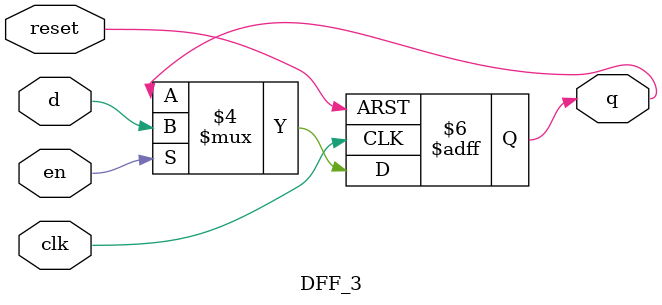
<source format=v>
`timescale 1ns / 1ps

//always@(posedge clk)
//begin
    
//        q <= d;
    
//end 
//endmodule

//module DFF_2(q, clk, d, reset);
//input clk, d, reset;
//output reg q;

//always@(posedge clk, posedge reset)
//begin
    
//    if (reset)
//        q <= 1'b0;
//    else 
//        q <= d;
    
//end 
//endmodule

module DFF_3(q, clk, d, reset, en);
input clk, d, reset, en;
output reg q;

always@(posedge clk, posedge reset)
begin
    
    if (reset)
        q <= 1'b0;
    else if (en == 0)
        q <= q;
    else
        q <= d;    
    
end 
endmodule

//module SRFF(q, clk, s, r, reset, en);
//input clk, s, r, reset, en;
//output reg q;

//always@(posedge clk, posedge reset)
//begin
    
//    if (reset)
//        q <= 1'b0;
//    else if (en == 1'b0)
//        q <= q;
//    else if (s==1'b0 && r==1'b1)
//        q <= 0;
//    else if (s==1'b0 && r==1'b0)
//        q <= q;
//    else if (s==1'b1 && r==1'b0)
//        q <= 1;
//    else if (s==1'b1 && r==1'b1)
//        q <= 1'bx;
//    else 
//        q <= q;
            
    
//end 
//endmodule

//module JKFF(q, clk, j, k, reset, en);
//input clk, j, k, reset, en;
//output reg q;

//always@(posedge clk, posedge reset)
//begin
    
//    if (reset)
//        q <= 1'b0;
//    else if (en == 1'b0)
//        q <= q;
//    else if (j==1'b0 && k==1'b1)
//        q <= 0;
//    else if (j==1'b0 && k==1'b0)
//        q <= q;
//    else if (j==1'b1 && k==1'b0)
//        q <= 1;
//    else if (j==1'b1 && k==1'b1)
//        q <= ~ q;
//    else 
//        q <= q;
            
    
//end 
//endmodule



//module TFF(q, clk, t, reset, en);
//input clk, t, reset, en;
//output reg q;

//always@(posedge clk, posedge reset)
//begin
    
//    if (reset)
//        q <= 1'b0;
//    else if (en == 1'b0)
//        q <= q; 
//    else if (t==0)
//        q <= q;
//    else if (t==1)
//        q <= ~ q;
//    else 
//        q <= q;            
            
    
//end 
//endmodule
</source>
